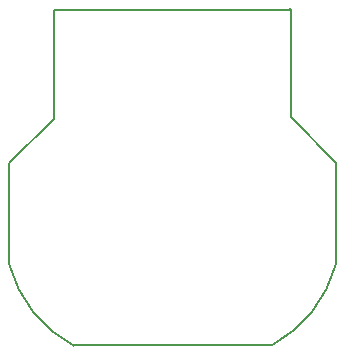
<source format=gm1>
G04 #@! TF.FileFunction,Profile,NP*
%FSLAX46Y46*%
G04 Gerber Fmt 4.6, Leading zero omitted, Abs format (unit mm)*
G04 Created by KiCad (PCBNEW 4.0.7) date 10/21/21 16:27:33*
%MOMM*%
%LPD*%
G01*
G04 APERTURE LIST*
%ADD10C,0.100000*%
%ADD11C,0.150000*%
G04 APERTURE END LIST*
D10*
D11*
X145105000Y-84673000D02*
X145125000Y-84673000D01*
X145105000Y-93899000D02*
X145105000Y-84673000D01*
X165181000Y-84658000D02*
X165014000Y-84658000D01*
X165181000Y-93795000D02*
X165181000Y-84658000D01*
X165186000Y-91945000D02*
X165186000Y-84676000D01*
X141305000Y-106238000D02*
X141305000Y-97719000D01*
X168961000Y-106213000D02*
X168961000Y-97597000D01*
X163540000Y-113096000D02*
X146761000Y-113096000D01*
X141314928Y-106247107D02*
G75*
G03X146771000Y-113125000I10637072J2835107D01*
G01*
X163531957Y-113100843D02*
G75*
G03X168974000Y-106223000I-5187957J9696843D01*
G01*
X168935000Y-97566000D02*
X165164000Y-93795000D01*
X145085000Y-93919000D02*
X141326000Y-97678000D01*
X145096000Y-84665000D02*
X165106000Y-84665000D01*
M02*

</source>
